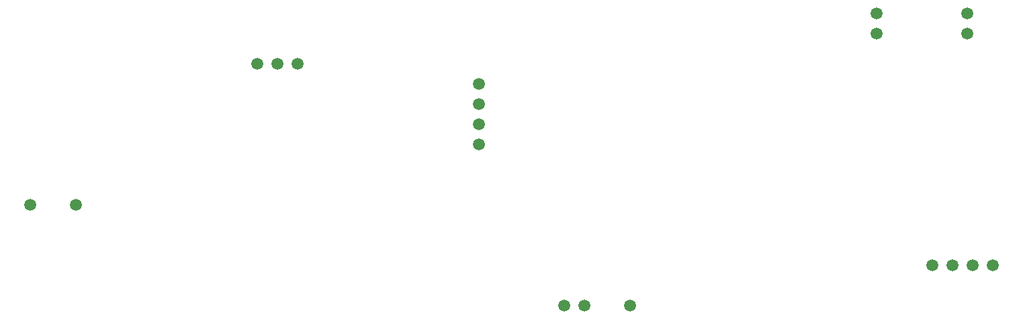
<source format=gbr>
G04 DipTrace 2.4.0.2*
%INBottomPaste.gbr*%
%MOIN*%
%ADD45C,0.0591*%
%FSLAX44Y44*%
G04*
G70*
G90*
G75*
G01*
%LNBotPaste*%
%LPD*%
D45*
X14250Y15500D3*
X15250D3*
X16250D3*
X50750Y5500D3*
X45000Y17000D3*
Y18000D3*
X47750Y5500D3*
X49500Y17000D3*
Y18000D3*
X48750Y5500D3*
X49750D3*
X25250Y11500D3*
Y12500D3*
Y13500D3*
Y14500D3*
X30500Y3500D3*
X29500D3*
X3000Y8500D3*
X5250D3*
X32750Y3500D3*
M02*

</source>
